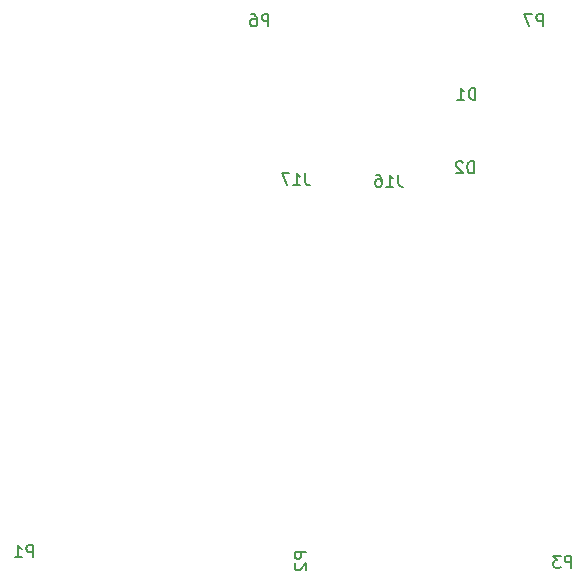
<source format=gbr>
G04 #@! TF.GenerationSoftware,KiCad,Pcbnew,(6.0.7-1)-1*
G04 #@! TF.CreationDate,2022-09-18T08:12:51+10:00*
G04 #@! TF.ProjectId,Standby_BM,5374616e-6462-4795-9f42-4d2e6b696361,rev?*
G04 #@! TF.SameCoordinates,Original*
G04 #@! TF.FileFunction,Legend,Bot*
G04 #@! TF.FilePolarity,Positive*
%FSLAX46Y46*%
G04 Gerber Fmt 4.6, Leading zero omitted, Abs format (unit mm)*
G04 Created by KiCad (PCBNEW (6.0.7-1)-1) date 2022-09-18 08:12:51*
%MOMM*%
%LPD*%
G01*
G04 APERTURE LIST*
%ADD10C,0.150000*%
G04 APERTURE END LIST*
D10*
X129135095Y-118816380D02*
X129135095Y-117816380D01*
X128754142Y-117816380D01*
X128658904Y-117864000D01*
X128611285Y-117911619D01*
X128563666Y-118006857D01*
X128563666Y-118149714D01*
X128611285Y-118244952D01*
X128658904Y-118292571D01*
X128754142Y-118340190D01*
X129135095Y-118340190D01*
X127611285Y-118816380D02*
X128182714Y-118816380D01*
X127897000Y-118816380D02*
X127897000Y-117816380D01*
X127992238Y-117959238D01*
X128087476Y-118054476D01*
X128182714Y-118102095D01*
X152300380Y-118387904D02*
X151300380Y-118387904D01*
X151300380Y-118768857D01*
X151348000Y-118864095D01*
X151395619Y-118911714D01*
X151490857Y-118959333D01*
X151633714Y-118959333D01*
X151728952Y-118911714D01*
X151776571Y-118864095D01*
X151824190Y-118768857D01*
X151824190Y-118387904D01*
X151395619Y-119340285D02*
X151348000Y-119387904D01*
X151300380Y-119483142D01*
X151300380Y-119721238D01*
X151348000Y-119816476D01*
X151395619Y-119864095D01*
X151490857Y-119911714D01*
X151586095Y-119911714D01*
X151728952Y-119864095D01*
X152300380Y-119292666D01*
X152300380Y-119911714D01*
X174728095Y-119705380D02*
X174728095Y-118705380D01*
X174347142Y-118705380D01*
X174251904Y-118753000D01*
X174204285Y-118800619D01*
X174156666Y-118895857D01*
X174156666Y-119038714D01*
X174204285Y-119133952D01*
X174251904Y-119181571D01*
X174347142Y-119229190D01*
X174728095Y-119229190D01*
X173823333Y-118705380D02*
X173204285Y-118705380D01*
X173537619Y-119086333D01*
X173394761Y-119086333D01*
X173299523Y-119133952D01*
X173251904Y-119181571D01*
X173204285Y-119276809D01*
X173204285Y-119514904D01*
X173251904Y-119610142D01*
X173299523Y-119657761D01*
X173394761Y-119705380D01*
X173680476Y-119705380D01*
X173775714Y-119657761D01*
X173823333Y-119610142D01*
X149074095Y-73858380D02*
X149074095Y-72858380D01*
X148693142Y-72858380D01*
X148597904Y-72906000D01*
X148550285Y-72953619D01*
X148502666Y-73048857D01*
X148502666Y-73191714D01*
X148550285Y-73286952D01*
X148597904Y-73334571D01*
X148693142Y-73382190D01*
X149074095Y-73382190D01*
X147645523Y-72858380D02*
X147836000Y-72858380D01*
X147931238Y-72906000D01*
X147978857Y-72953619D01*
X148074095Y-73096476D01*
X148121714Y-73286952D01*
X148121714Y-73667904D01*
X148074095Y-73763142D01*
X148026476Y-73810761D01*
X147931238Y-73858380D01*
X147740761Y-73858380D01*
X147645523Y-73810761D01*
X147597904Y-73763142D01*
X147550285Y-73667904D01*
X147550285Y-73429809D01*
X147597904Y-73334571D01*
X147645523Y-73286952D01*
X147740761Y-73239333D01*
X147931238Y-73239333D01*
X148026476Y-73286952D01*
X148074095Y-73334571D01*
X148121714Y-73429809D01*
X172315095Y-73858380D02*
X172315095Y-72858380D01*
X171934142Y-72858380D01*
X171838904Y-72906000D01*
X171791285Y-72953619D01*
X171743666Y-73048857D01*
X171743666Y-73191714D01*
X171791285Y-73286952D01*
X171838904Y-73334571D01*
X171934142Y-73382190D01*
X172315095Y-73382190D01*
X171410333Y-72858380D02*
X170743666Y-72858380D01*
X171172238Y-73858380D01*
X166600095Y-80081380D02*
X166600095Y-79081380D01*
X166362000Y-79081380D01*
X166219142Y-79129000D01*
X166123904Y-79224238D01*
X166076285Y-79319476D01*
X166028666Y-79509952D01*
X166028666Y-79652809D01*
X166076285Y-79843285D01*
X166123904Y-79938523D01*
X166219142Y-80033761D01*
X166362000Y-80081380D01*
X166600095Y-80081380D01*
X165076285Y-80081380D02*
X165647714Y-80081380D01*
X165362000Y-80081380D02*
X165362000Y-79081380D01*
X165457238Y-79224238D01*
X165552476Y-79319476D01*
X165647714Y-79367095D01*
X166473095Y-86304380D02*
X166473095Y-85304380D01*
X166235000Y-85304380D01*
X166092142Y-85352000D01*
X165996904Y-85447238D01*
X165949285Y-85542476D01*
X165901666Y-85732952D01*
X165901666Y-85875809D01*
X165949285Y-86066285D01*
X165996904Y-86161523D01*
X166092142Y-86256761D01*
X166235000Y-86304380D01*
X166473095Y-86304380D01*
X165520714Y-85399619D02*
X165473095Y-85352000D01*
X165377857Y-85304380D01*
X165139761Y-85304380D01*
X165044523Y-85352000D01*
X164996904Y-85399619D01*
X164949285Y-85494857D01*
X164949285Y-85590095D01*
X164996904Y-85732952D01*
X165568333Y-86304380D01*
X164949285Y-86304380D01*
X160067523Y-86447380D02*
X160067523Y-87161666D01*
X160115142Y-87304523D01*
X160210380Y-87399761D01*
X160353238Y-87447380D01*
X160448476Y-87447380D01*
X159067523Y-87447380D02*
X159638952Y-87447380D01*
X159353238Y-87447380D02*
X159353238Y-86447380D01*
X159448476Y-86590238D01*
X159543714Y-86685476D01*
X159638952Y-86733095D01*
X158210380Y-86447380D02*
X158400857Y-86447380D01*
X158496095Y-86495000D01*
X158543714Y-86542619D01*
X158638952Y-86685476D01*
X158686571Y-86875952D01*
X158686571Y-87256904D01*
X158638952Y-87352142D01*
X158591333Y-87399761D01*
X158496095Y-87447380D01*
X158305619Y-87447380D01*
X158210380Y-87399761D01*
X158162761Y-87352142D01*
X158115142Y-87256904D01*
X158115142Y-87018809D01*
X158162761Y-86923571D01*
X158210380Y-86875952D01*
X158305619Y-86828333D01*
X158496095Y-86828333D01*
X158591333Y-86875952D01*
X158638952Y-86923571D01*
X158686571Y-87018809D01*
X152193523Y-86320380D02*
X152193523Y-87034666D01*
X152241142Y-87177523D01*
X152336380Y-87272761D01*
X152479238Y-87320380D01*
X152574476Y-87320380D01*
X151193523Y-87320380D02*
X151764952Y-87320380D01*
X151479238Y-87320380D02*
X151479238Y-86320380D01*
X151574476Y-86463238D01*
X151669714Y-86558476D01*
X151764952Y-86606095D01*
X150860190Y-86320380D02*
X150193523Y-86320380D01*
X150622095Y-87320380D01*
M02*

</source>
